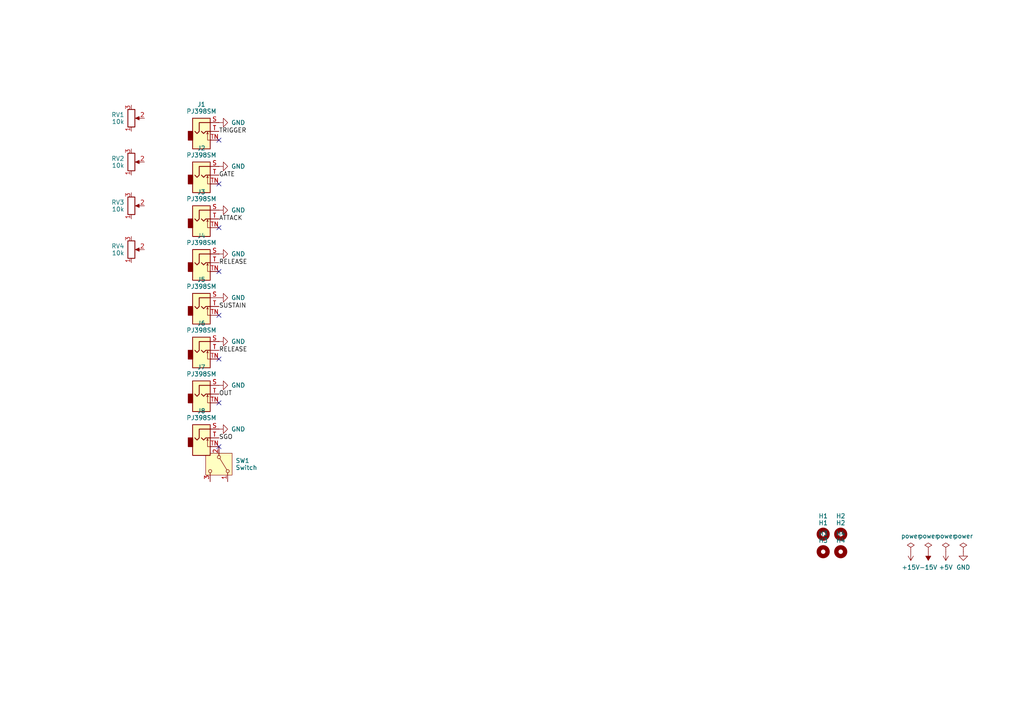
<source format=kicad_sch>
(kicad_sch (version 20211123) (generator "elektron")
  (paper "A4")
  (title_block (title "funktion") (date "01-06-2023") (rev "1") (comment 1 "mount circuit") (comment 2 "discrete adsr and function generator") (comment 4 "License CC BY 4.0 - Attribution 4.0 International"))
  (lib_symbols
    (symbol "Device:R_Potentiometer" (pin_names (offset 1.016) hide)
      (property "Reference" "RV" (at -4.445 0 90))
      (property "Value" "R_Potentiometer" (at -2.54 0 90))
      (symbol "R_Potentiometer_0_1"
        (polyline (pts (xy 2.54 0) (xy 1.524 0)))
        (polyline (pts (xy 1.143 0) (xy 2.286 0.508) (xy 2.286 -0.508) (xy 1.143 0)) (fill (type outline)))
        (rectangle (start 1.016 2.54) (end -1.016 -2.54) (stroke (width 0.254)))
      )
      (symbol "R_Potentiometer_1_1"
        (pin passive line (at 0 3.81 270) (length 1.27) (name "1") (number "1"))
        (pin passive line (at 3.81 0 180) (length 1.27) (name "2") (number "2"))
        (pin passive line (at 0 -3.81 90) (length 1.27) (name "3") (number "3"))
      )
    )
    (symbol "Connector_Audio:AudioJack2_SwitchT"
      (property "Reference" "J" (at 0 8.89 0))
      (property "Value" "AudioJack2_SwitchT" (at 0 6.35 0))
      (symbol "AudioJack2_SwitchT_0_1"
        (rectangle (start -2.54 0) (end -3.81 -2.54) (stroke (width 0.254)) (fill (type outline)))
        (polyline (pts (xy 1.778 -0.254) (xy 2.032 -0.762)))
        (polyline (pts (xy 0 0) (xy 0.635 -0.635) (xy 1.27 0) (xy 2.54 0)) (stroke (width 0.254)))
        (polyline (pts (xy 2.54 -2.54) (xy 1.778 -2.54) (xy 1.778 -0.254) (xy 1.524 -0.762)))
        (polyline (pts (xy 2.54 2.54) (xy -0.635 2.54) (xy -0.635 0) (xy -1.27 -0.635) (xy -1.905 0)) (stroke (width 0.254)))
        (rectangle (start 2.54 3.81) (end -2.54 -5.08) (stroke (width 0.254)) (fill (type background)))
      )
      (symbol "AudioJack2_SwitchT_1_1"
        (pin passive line (at 5.08 2.54 180) (length 2.54) (name "~") (number "S"))
        (pin passive line (at 5.08 0 180) (length 2.54) (name "~") (number "T"))
        (pin passive line (at 5.08 -2.54 180) (length 2.54) (name "~") (number "TN"))
      )
    )
    (symbol "power:GND" (power) (pin_numbers hide) (pin_names (offset 0) hide)
      (property "Value" "GND" (at 0 -3.81 0))
      (symbol "GND_0_1"
        (polyline (pts (xy 0 0) (xy 0 -1.27) (xy 1.27 -1.27) (xy 0 -2.54) (xy -1.27 -1.27) (xy 0 -1.27)))
      )
      (symbol "GND_1_1"
        (pin power_in line (at 0 0 270) (length 0) (name "~") (number "1"))
      )
    )
    (symbol "Switch:SW_SPDT" (pin_names (offset 0) hide)
      (property "Reference" "SW" (at 0 5.08 0))
      (property "Value" "SW_SPDT" (at 0 -5.08 0))
      (symbol "SW_SPDT_0_1"
        (circle (center -2.032 0) (radius 0.4572))
        (polyline (pts (xy -1.651 0.254) (xy 1.651 2.286)))
        (circle (center 2.032 -2.54) (radius 0.4572))
        (circle (center 2.032 2.54) (radius 0.4572))
      )
      (symbol "SW_SPDT_1_1"
        (rectangle (start -3.175 3.81) (end 3.175 -3.81) (fill (type background)))
        (pin passive line (at 5.08 2.54 180) (length 2.54) (name "A") (number "1"))
        (pin passive line (at -5.08 0 0) (length 2.54) (name "B") (number "2"))
        (pin passive line (at 5.08 -2.54 180) (length 2.54) (name "C") (number "3"))
      )
    )
    (symbol "power:PWR_FLAG" (power) (pin_numbers hide) (pin_names (offset 0) hide)
      (property "Value" "PWR_FLAG" (at 0 3.81 0))
      (symbol "PWR_FLAG_0_0"
        (pin power_out line (at 0 0 90) (length 0) (name "~") (number "1"))
      )
      (symbol "PWR_FLAG_0_1"
        (polyline (pts (xy 0 0) (xy 0 1.27) (xy -1.016 1.905) (xy 0 2.54) (xy 1.016 1.905) (xy 0 1.27)))
      )
    )
    (symbol "power:+15V" (power) (pin_numbers hide) (pin_names (offset 0) hide)
      (property "Value" "+15V" (at 0 3.556 0))
      (symbol "+15V_0_1"
        (polyline (pts (xy -0.762 1.27) (xy 0 2.54)))
        (polyline (pts (xy 0 0) (xy 0 2.54)))
        (polyline (pts (xy 0 2.54) (xy 0.762 1.27)))
      )
      (symbol "+15V_1_1"
        (pin power_in line (at 0 0 90) (length 0) (name "~") (number "1"))
      )
    )
    (symbol "power:-15V" (power) (pin_numbers hide) (pin_names (offset 0) hide)
      (property "Value" "-15V" (at 0 3.556 0))
      (symbol "-15V_0_0"
        (pin power_in line (at 0 0 90) (length 0) (name "~") (number "1"))
      )
      (symbol "-15V_0_1"
        (polyline (pts (xy 0 0) (xy 0 1.27) (xy 0.762 1.27) (xy 0 2.54) (xy -0.762 1.27) (xy 0 1.27)) (fill (type outline)))
      )
    )
    (symbol "power:+5V" (power) (pin_numbers hide) (pin_names (offset 0) hide)
      (property "Value" "+5V" (at 0 3.556 0))
      (symbol "+5V_0_1"
        (polyline (pts (xy -0.762 1.27) (xy 0 2.54)))
        (polyline (pts (xy 0 0) (xy 0 2.54)))
        (polyline (pts (xy 0 2.54) (xy 0.762 1.27)))
      )
      (symbol "+5V_1_1"
        (pin power_in line (at 0 0 90) (length 0) (name "~") (number "1"))
      )
    )
    (symbol "Mechanical:MountingHole" (pin_names (offset 1.016)) (exclude_from_sim yes) (in_bom no)
      (property "Reference" "H" (at 0 5.08 0))
      (property "Value" "MountingHole" (at 0 3.175 0))
      (symbol "MountingHole_0_1"
        (circle (center 0 0) (radius 1.27) (stroke (width 1.27)))
      )
    )
  )
  (symbol (lib_id "Device:R_Potentiometer") (at 38.1 34.29 180) (mirror y) (unit 1)
    (property "Reference" "RV1" (at 36.08 33.29 0) (effects (justify right)))
    (property "Value" "10k" (at 36.08 35.29 0) (effects (justify right)))
    (property "Footprint" elektrophon:Potentiometer_Alpha_RD901F-40-00D_Single_Vertical (effects (hide yes) hide))
    (property "Description" "Potentiometer" (effects (hide yes)))
    (property "ki_keywords" "resistor variable" (effects (hide yes)))
    (property "ki_fp_filters" "Potentiometer*" (effects (hide yes)))
  )
  (symbol (lib_id "Device:R_Potentiometer") (at 38.1 46.99 180) (mirror y) (unit 1)
    (property "Reference" "RV2" (at 36.08 45.989999999999995 0) (effects (justify right)))
    (property "Value" "10k" (at 36.08 47.989999999999995 0) (effects (justify right)))
    (property "Footprint" elektrophon:Potentiometer_Alpha_RD901F-40-00D_Single_Vertical (effects (hide yes) hide))
    (property "Description" "Potentiometer" (effects (hide yes)))
    (property "ki_keywords" "resistor variable" (effects (hide yes)))
    (property "ki_fp_filters" "Potentiometer*" (effects (hide yes)))
  )
  (symbol (lib_id "Device:R_Potentiometer") (at 38.1 59.69 180) (mirror y) (unit 1)
    (property "Reference" "RV3" (at 36.08 58.69 0) (effects (justify right)))
    (property "Value" "10k" (at 36.08 60.69 0) (effects (justify right)))
    (property "Footprint" elektrophon:Potentiometer_Alpha_RD901F-40-00D_Single_Vertical (effects (hide yes) hide))
    (property "Description" "Potentiometer" (effects (hide yes)))
    (property "ki_keywords" "resistor variable" (effects (hide yes)))
    (property "ki_fp_filters" "Potentiometer*" (effects (hide yes)))
  )
  (symbol (lib_id "Device:R_Potentiometer") (at 38.1 72.39 180) (mirror y) (unit 1)
    (property "Reference" "RV4" (at 36.08 71.39 0) (effects (justify right)))
    (property "Value" "10k" (at 36.08 73.39 0) (effects (justify right)))
    (property "Footprint" elektrophon:Potentiometer_Alpha_RD901F-40-00D_Single_Vertical (effects (hide yes) hide))
    (property "Description" "Potentiometer" (effects (hide yes)))
    (property "ki_keywords" "resistor variable" (effects (hide yes)))
    (property "ki_fp_filters" "Potentiometer*" (effects (hide yes)))
  )
  (symbol (lib_id "Connector_Audio:AudioJack2_SwitchT") (at 58.42 38.1 0) (unit 1)
    (property "Reference" "J1" (at 58.42 30.29 0))
    (property "Value" "PJ398SM" (at 58.42 32.29 0))
    (property "Footprint" elektrophon:Jack_3.5mm_WQP-PJ398SM_Vertical (effects (hide yes) hide))
    (property "Description" "Audio Jack, 2 Poles (Mono / TS), Switched T Pole (Normalling)" (effects (hide yes)))
    (property "ki_keywords" "audio jack receptacle mono headphones phone TS connector" (effects (hide yes)))
    (property "ki_fp_filters" "Jack*" (effects (hide yes)))
  )
  (symbol (lib_id "power:GND") (at 63.5 35.56 90) (unit 1)
    (property "Reference" "GND" (effects (hide yes)))
    (property "Value" "GND" (at 67.04 35.56 -90) (effects (justify left)))
    (property "Description" "Power symbol creates a global label with name \"GND\" , ground" (effects (hide yes)))
    (property "ki_keywords" "global power" (effects (hide yes)))
  )
  (label "TRIGGER" (at 63.5 38.1 0))
  (no_connect (at 63.5 40.64))
  (symbol (lib_id "Connector_Audio:AudioJack2_SwitchT") (at 58.42 50.8 0) (unit 1)
    (property "Reference" "J2" (at 58.42 42.99 0))
    (property "Value" "PJ398SM" (at 58.42 44.99 0))
    (property "Footprint" elektrophon:Jack_3.5mm_WQP-PJ398SM_Vertical (effects (hide yes) hide))
    (property "Description" "Audio Jack, 2 Poles (Mono / TS), Switched T Pole (Normalling)" (effects (hide yes)))
    (property "ki_keywords" "audio jack receptacle mono headphones phone TS connector" (effects (hide yes)))
    (property "ki_fp_filters" "Jack*" (effects (hide yes)))
  )
  (symbol (lib_id "power:GND") (at 63.5 48.26 90) (unit 1)
    (property "Reference" "GND" (effects (hide yes)))
    (property "Value" "GND" (at 67.04 48.260000000000005 -90) (effects (justify left)))
    (property "Description" "Power symbol creates a global label with name \"GND\" , ground" (effects (hide yes)))
    (property "ki_keywords" "global power" (effects (hide yes)))
  )
  (label "GATE" (at 63.5 50.8 0))
  (no_connect (at 63.5 53.34))
  (symbol (lib_id "Connector_Audio:AudioJack2_SwitchT") (at 58.42 63.5 0) (unit 1)
    (property "Reference" "J3" (at 58.42 55.69 0))
    (property "Value" "PJ398SM" (at 58.42 57.69 0))
    (property "Footprint" elektrophon:Jack_3.5mm_WQP-PJ398SM_Vertical (effects (hide yes) hide))
    (property "Description" "Audio Jack, 2 Poles (Mono / TS), Switched T Pole (Normalling)" (effects (hide yes)))
    (property "ki_keywords" "audio jack receptacle mono headphones phone TS connector" (effects (hide yes)))
    (property "ki_fp_filters" "Jack*" (effects (hide yes)))
  )
  (symbol (lib_id "power:GND") (at 63.5 60.96 90) (unit 1)
    (property "Reference" "GND" (effects (hide yes)))
    (property "Value" "GND" (at 67.04 60.959999999999994 -90) (effects (justify left)))
    (property "Description" "Power symbol creates a global label with name \"GND\" , ground" (effects (hide yes)))
    (property "ki_keywords" "global power" (effects (hide yes)))
  )
  (label "ATTACK" (at 63.5 63.5 0))
  (no_connect (at 63.5 66.04))
  (symbol (lib_id "Connector_Audio:AudioJack2_SwitchT") (at 58.42 76.2 0) (unit 1)
    (property "Reference" "J4" (at 58.42 68.39 0))
    (property "Value" "PJ398SM" (at 58.42 70.39 0))
    (property "Footprint" elektrophon:Jack_3.5mm_WQP-PJ398SM_Vertical (effects (hide yes) hide))
    (property "Description" "Audio Jack, 2 Poles (Mono / TS), Switched T Pole (Normalling)" (effects (hide yes)))
    (property "ki_keywords" "audio jack receptacle mono headphones phone TS connector" (effects (hide yes)))
    (property "ki_fp_filters" "Jack*" (effects (hide yes)))
  )
  (symbol (lib_id "power:GND") (at 63.5 73.66 90) (unit 1)
    (property "Reference" "GND" (effects (hide yes)))
    (property "Value" "GND" (at 67.04 73.66 -90) (effects (justify left)))
    (property "Description" "Power symbol creates a global label with name \"GND\" , ground" (effects (hide yes)))
    (property "ki_keywords" "global power" (effects (hide yes)))
  )
  (label "RELEASE" (at 63.5 76.2 0))
  (no_connect (at 63.5 78.74))
  (symbol (lib_id "Connector_Audio:AudioJack2_SwitchT") (at 58.42 88.9 0) (unit 1)
    (property "Reference" "J5" (at 58.42 81.09 0))
    (property "Value" "PJ398SM" (at 58.42 83.09 0))
    (property "Footprint" elektrophon:Jack_3.5mm_WQP-PJ398SM_Vertical (effects (hide yes) hide))
    (property "Description" "Audio Jack, 2 Poles (Mono / TS), Switched T Pole (Normalling)" (effects (hide yes)))
    (property "ki_keywords" "audio jack receptacle mono headphones phone TS connector" (effects (hide yes)))
    (property "ki_fp_filters" "Jack*" (effects (hide yes)))
  )
  (symbol (lib_id "power:GND") (at 63.5 86.36 90) (unit 1)
    (property "Reference" "GND" (effects (hide yes)))
    (property "Value" "GND" (at 67.04 86.36 -90) (effects (justify left)))
    (property "Description" "Power symbol creates a global label with name \"GND\" , ground" (effects (hide yes)))
    (property "ki_keywords" "global power" (effects (hide yes)))
  )
  (label "SUSTAIN" (at 63.5 88.9 0))
  (no_connect (at 63.5 91.44))
  (symbol (lib_id "Connector_Audio:AudioJack2_SwitchT") (at 58.42 101.6 0) (unit 1)
    (property "Reference" "J6" (at 58.42 93.79 0))
    (property "Value" "PJ398SM" (at 58.42 95.79 0))
    (property "Footprint" elektrophon:Jack_3.5mm_WQP-PJ398SM_Vertical (effects (hide yes) hide))
    (property "Description" "Audio Jack, 2 Poles (Mono / TS), Switched T Pole (Normalling)" (effects (hide yes)))
    (property "ki_keywords" "audio jack receptacle mono headphones phone TS connector" (effects (hide yes)))
    (property "ki_fp_filters" "Jack*" (effects (hide yes)))
  )
  (symbol (lib_id "power:GND") (at 63.5 99.06 90) (unit 1)
    (property "Reference" "GND" (effects (hide yes)))
    (property "Value" "GND" (at 67.04 99.06 -90) (effects (justify left)))
    (property "Description" "Power symbol creates a global label with name \"GND\" , ground" (effects (hide yes)))
    (property "ki_keywords" "global power" (effects (hide yes)))
  )
  (label "RELEASE" (at 63.5 101.6 0))
  (no_connect (at 63.5 104.14))
  (symbol (lib_id "Connector_Audio:AudioJack2_SwitchT") (at 58.42 114.3 0) (unit 1)
    (property "Reference" "J7" (at 58.42 106.49 0))
    (property "Value" "PJ398SM" (at 58.42 108.49 0))
    (property "Footprint" elektrophon:Jack_3.5mm_WQP-PJ398SM_Vertical (effects (hide yes) hide))
    (property "Description" "Audio Jack, 2 Poles (Mono / TS), Switched T Pole (Normalling)" (effects (hide yes)))
    (property "ki_keywords" "audio jack receptacle mono headphones phone TS connector" (effects (hide yes)))
    (property "ki_fp_filters" "Jack*" (effects (hide yes)))
  )
  (symbol (lib_id "power:GND") (at 63.5 111.76 90) (unit 1)
    (property "Reference" "GND" (effects (hide yes)))
    (property "Value" "GND" (at 67.04 111.75999999999999 -90) (effects (justify left)))
    (property "Description" "Power symbol creates a global label with name \"GND\" , ground" (effects (hide yes)))
    (property "ki_keywords" "global power" (effects (hide yes)))
  )
  (label "OUT" (at 63.5 114.3 0))
  (no_connect (at 63.5 116.84))
  (symbol (lib_id "Connector_Audio:AudioJack2_SwitchT") (at 58.42 127 0) (unit 1)
    (property "Reference" "J8" (at 58.42 119.19 0))
    (property "Value" "PJ398SM" (at 58.42 121.19 0))
    (property "Footprint" elektrophon:Jack_3.5mm_WQP-PJ398SM_Vertical (effects (hide yes) hide))
    (property "Description" "Audio Jack, 2 Poles (Mono / TS), Switched T Pole (Normalling)" (effects (hide yes)))
    (property "ki_keywords" "audio jack receptacle mono headphones phone TS connector" (effects (hide yes)))
    (property "ki_fp_filters" "Jack*" (effects (hide yes)))
  )
  (symbol (lib_id "power:GND") (at 63.5 124.46 90) (unit 1)
    (property "Reference" "GND" (effects (hide yes)))
    (property "Value" "GND" (at 67.04 124.46000000000001 -90) (effects (justify left)))
    (property "Description" "Power symbol creates a global label with name \"GND\" , ground" (effects (hide yes)))
    (property "ki_keywords" "global power" (effects (hide yes)))
  )
  (label "SGO" (at 63.5 127 0))
  (no_connect (at 63.5 129.54))
  (symbol (lib_id "Switch:SW_SPDT") (at 63.5 134.62 270) (unit 1)
    (property "Reference" "SW1" (at 68.31 133.62 -270) (effects (justify left)))
    (property "Value" "Switch" (at 68.31 135.62 -270) (effects (justify left)))
    (property "Footprint" elektrophon:SPDT_KIT (effects (hide yes) hide))
    (property "Description" "Switch, single pole double throw" (effects (hide yes)))
    (property "ki_keywords" "switch single-pole double-throw spdt ON-ON" (effects (hide yes)))
    (property "Spice_Model" "Switch1" (effects hide))
    (property "Spice_Primitive" "X" (effects hide))
  )
  (symbol (lib_id "power:PWR_FLAG") (at 264.16 160.02 0) (unit 1)
    (property "Reference" "P1" (effects (hide yes)))
    (property "Value" "power" (at 264.16 155.48 0))
    (property "Description" "Special symbol for telling ERC where power comes from" (effects (hide yes)))
    (property "ki_keywords" "flag power" (effects (hide yes)))
  )
  (symbol (lib_id "power:+15V") (at 264.16 160.02 180) (unit 1)
    (property "Reference" "+15V" (effects (hide yes)))
    (property "Value" "+15V" (at 264.16 164.56 0))
    (property "Description" "Power symbol creates a global label with name \"+15V\"" (effects (hide yes)))
    (property "ki_keywords" "global power" (effects (hide yes)))
  )
  (symbol (lib_id "power:PWR_FLAG") (at 269.24 160.02 0) (unit 1)
    (property "Reference" "P2" (effects (hide yes)))
    (property "Value" "power" (at 269.24 155.48 0))
    (property "Description" "Special symbol for telling ERC where power comes from" (effects (hide yes)))
    (property "ki_keywords" "flag power" (effects (hide yes)))
  )
  (symbol (lib_id "power:-15V") (at 269.24 160.02 180) (unit 1)
    (property "Reference" "-15V" (effects (hide yes)))
    (property "Value" "-15V" (at 269.24 164.56 0))
    (property "Description" "Power symbol creates a global label with name \"-15V\"" (effects (hide yes)))
    (property "ki_keywords" "global power" (effects (hide yes)))
  )
  (symbol (lib_id "power:PWR_FLAG") (at 274.32 160.02 0) (unit 1)
    (property "Reference" "P3" (effects (hide yes)))
    (property "Value" "power" (at 274.32 155.48 0))
    (property "Description" "Special symbol for telling ERC where power comes from" (effects (hide yes)))
    (property "ki_keywords" "flag power" (effects (hide yes)))
  )
  (symbol (lib_id "power:+5V") (at 274.32 160.02 180) (unit 1)
    (property "Reference" "+5V" (effects (hide yes)))
    (property "Value" "+5V" (at 274.32 164.56 0))
    (property "Description" "Power symbol creates a global label with name \"+5V\"" (effects (hide yes)))
    (property "ki_keywords" "global power" (effects (hide yes)))
  )
  (symbol (lib_id "power:PWR_FLAG") (at 279.4 160.02 0) (unit 1)
    (property "Reference" "P4" (effects (hide yes)))
    (property "Value" "power" (at 279.4 155.48 0))
    (property "Description" "Special symbol for telling ERC where power comes from" (effects (hide yes)))
    (property "ki_keywords" "flag power" (effects (hide yes)))
  )
  (symbol (lib_id "power:GND") (at 279.4 160.02 0) (unit 1)
    (property "Reference" "GND" (effects (hide yes)))
    (property "Value" "GND" (at 279.4 164.56 0))
    (property "Description" "Power symbol creates a global label with name \"GND\" , ground" (effects (hide yes)))
    (property "ki_keywords" "global power" (effects (hide yes)))
  )
  (symbol (lib_id "Mechanical:MountingHole") (at 238.76 154.94 0) (unit 1) (exclude_from_sim yes) (in_bom no)
    (property "Reference" "H1" (at 238.76 149.67 0))
    (property "Value" "H1" (at 238.76 151.67 0))
    (property "Description" "Mounting Hole without connection" (effects (hide yes)))
    (property "ki_keywords" "mounting hole" (effects (hide yes)))
    (property "ki_fp_filters" "MountingHole*" (effects (hide yes)))
  )
  (symbol (lib_id "Mechanical:MountingHole") (at 243.84 154.94 0) (unit 1) (exclude_from_sim yes) (in_bom no)
    (property "Reference" "H2" (at 243.84 149.67 0))
    (property "Value" "H2" (at 243.84 151.67 0))
    (property "Description" "Mounting Hole without connection" (effects (hide yes)))
    (property "ki_keywords" "mounting hole" (effects (hide yes)))
    (property "ki_fp_filters" "MountingHole*" (effects (hide yes)))
  )
  (symbol (lib_id "Mechanical:MountingHole") (at 238.76 160.02 0) (unit 1) (exclude_from_sim yes) (in_bom no)
    (property "Reference" "H3" (at 238.76 154.75 0))
    (property "Value" "H3" (at 238.76 156.75 0))
    (property "Description" "Mounting Hole without connection" (effects (hide yes)))
    (property "ki_keywords" "mounting hole" (effects (hide yes)))
    (property "ki_fp_filters" "MountingHole*" (effects (hide yes)))
  )
  (symbol (lib_id "Mechanical:MountingHole") (at 243.84 160.02 0) (unit 1) (exclude_from_sim yes) (in_bom no)
    (property "Reference" "H4" (at 243.84 154.75 0))
    (property "Value" "H4" (at 243.84 156.75 0))
    (property "Description" "Mounting Hole without connection" (effects (hide yes)))
    (property "ki_keywords" "mounting hole" (effects (hide yes)))
    (property "ki_fp_filters" "MountingHole*" (effects (hide yes)))
  )
)
</source>
